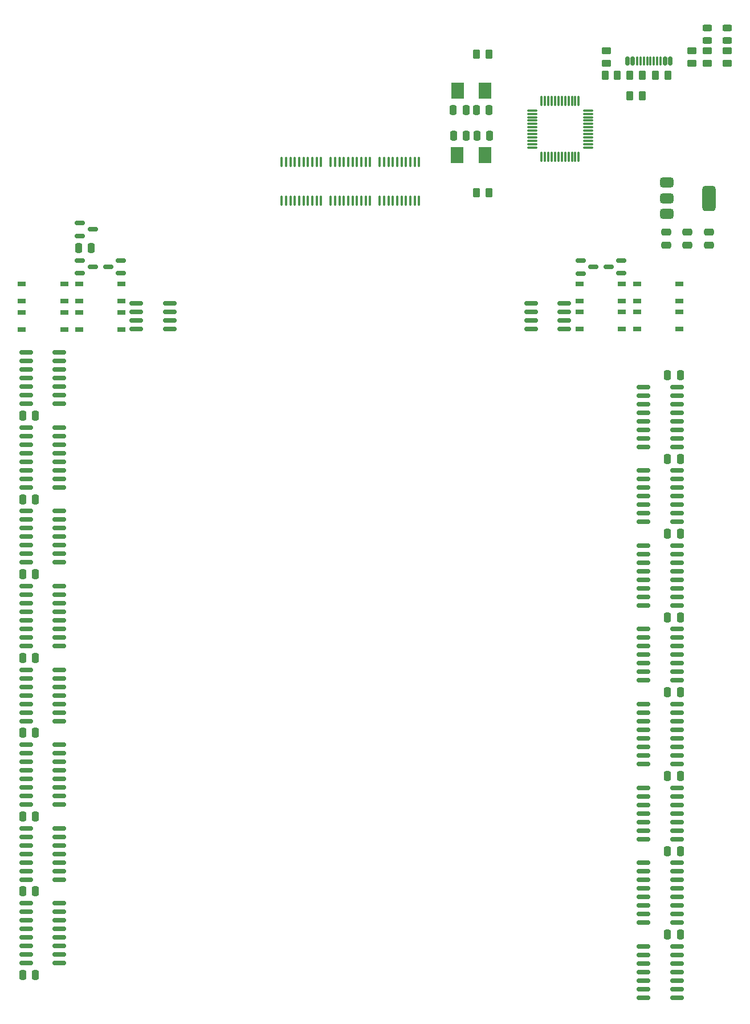
<source format=gbr>
%TF.GenerationSoftware,KiCad,Pcbnew,8.0.9-8.0.9-0~ubuntu24.04.1*%
%TF.CreationDate,2025-03-26T21:18:20+01:00*%
%TF.ProjectId,xResistorTranferBank,78526573-6973-4746-9f72-5472616e6665,rev?*%
%TF.SameCoordinates,Original*%
%TF.FileFunction,Paste,Top*%
%TF.FilePolarity,Positive*%
%FSLAX46Y46*%
G04 Gerber Fmt 4.6, Leading zero omitted, Abs format (unit mm)*
G04 Created by KiCad (PCBNEW 8.0.9-8.0.9-0~ubuntu24.04.1) date 2025-03-26 21:18:20*
%MOMM*%
%LPD*%
G01*
G04 APERTURE LIST*
G04 Aperture macros list*
%AMRoundRect*
0 Rectangle with rounded corners*
0 $1 Rounding radius*
0 $2 $3 $4 $5 $6 $7 $8 $9 X,Y pos of 4 corners*
0 Add a 4 corners polygon primitive as box body*
4,1,4,$2,$3,$4,$5,$6,$7,$8,$9,$2,$3,0*
0 Add four circle primitives for the rounded corners*
1,1,$1+$1,$2,$3*
1,1,$1+$1,$4,$5*
1,1,$1+$1,$6,$7*
1,1,$1+$1,$8,$9*
0 Add four rect primitives between the rounded corners*
20,1,$1+$1,$2,$3,$4,$5,0*
20,1,$1+$1,$4,$5,$6,$7,0*
20,1,$1+$1,$6,$7,$8,$9,0*
20,1,$1+$1,$8,$9,$2,$3,0*%
G04 Aperture macros list end*
%ADD10RoundRect,0.150000X-0.825000X-0.150000X0.825000X-0.150000X0.825000X0.150000X-0.825000X0.150000X0*%
%ADD11RoundRect,0.250000X0.250000X0.475000X-0.250000X0.475000X-0.250000X-0.475000X0.250000X-0.475000X0*%
%ADD12RoundRect,0.150000X0.825000X0.150000X-0.825000X0.150000X-0.825000X-0.150000X0.825000X-0.150000X0*%
%ADD13R,1.200000X0.800000*%
%ADD14RoundRect,0.250000X0.450000X-0.262500X0.450000X0.262500X-0.450000X0.262500X-0.450000X-0.262500X0*%
%ADD15RoundRect,0.243750X-0.456250X0.243750X-0.456250X-0.243750X0.456250X-0.243750X0.456250X0.243750X0*%
%ADD16RoundRect,0.250000X-0.450000X0.262500X-0.450000X-0.262500X0.450000X-0.262500X0.450000X0.262500X0*%
%ADD17RoundRect,0.250000X0.262500X0.450000X-0.262500X0.450000X-0.262500X-0.450000X0.262500X-0.450000X0*%
%ADD18RoundRect,0.150000X-0.587500X-0.150000X0.587500X-0.150000X0.587500X0.150000X-0.587500X0.150000X0*%
%ADD19RoundRect,0.250000X-0.475000X0.250000X-0.475000X-0.250000X0.475000X-0.250000X0.475000X0.250000X0*%
%ADD20RoundRect,0.150000X0.150000X0.500000X-0.150000X0.500000X-0.150000X-0.500000X0.150000X-0.500000X0*%
%ADD21RoundRect,0.075000X0.075000X0.575000X-0.075000X0.575000X-0.075000X-0.575000X0.075000X-0.575000X0*%
%ADD22RoundRect,0.150000X0.587500X0.150000X-0.587500X0.150000X-0.587500X-0.150000X0.587500X-0.150000X0*%
%ADD23RoundRect,0.250000X-0.250000X-0.475000X0.250000X-0.475000X0.250000X0.475000X-0.250000X0.475000X0*%
%ADD24R,1.900000X2.400000*%
%ADD25RoundRect,0.375000X-0.625000X-0.375000X0.625000X-0.375000X0.625000X0.375000X-0.625000X0.375000X0*%
%ADD26RoundRect,0.500000X-0.500000X-1.400000X0.500000X-1.400000X0.500000X1.400000X-0.500000X1.400000X0*%
%ADD27RoundRect,0.100000X0.100000X-0.637500X0.100000X0.637500X-0.100000X0.637500X-0.100000X-0.637500X0*%
%ADD28RoundRect,0.250000X-0.262500X-0.450000X0.262500X-0.450000X0.262500X0.450000X-0.262500X0.450000X0*%
%ADD29RoundRect,0.075000X-0.662500X-0.075000X0.662500X-0.075000X0.662500X0.075000X-0.662500X0.075000X0*%
%ADD30RoundRect,0.075000X-0.075000X-0.662500X0.075000X-0.662500X0.075000X0.662500X-0.075000X0.662500X0*%
G04 APERTURE END LIST*
D10*
%TO.C,U23*%
X130907500Y-124602000D03*
X130907500Y-125872000D03*
X130907500Y-127142000D03*
X130907500Y-128412000D03*
X130907500Y-129682000D03*
X130907500Y-130952000D03*
X130907500Y-132222000D03*
X130907500Y-133492000D03*
X135857500Y-133492000D03*
X135857500Y-132222000D03*
X135857500Y-130952000D03*
X135857500Y-129682000D03*
X135857500Y-128412000D03*
X135857500Y-127142000D03*
X135857500Y-125872000D03*
X135857500Y-124602000D03*
%TD*%
D11*
%TO.C,C12*%
X136332500Y-158797000D03*
X134432500Y-158797000D03*
%TD*%
D12*
%TO.C,U18*%
X44086150Y-80001600D03*
X44086150Y-78731600D03*
X44086150Y-77461600D03*
X44086150Y-76191600D03*
X44086150Y-74921600D03*
X44086150Y-73651600D03*
X44086150Y-72381600D03*
X39136150Y-72381600D03*
X39136150Y-73651600D03*
X39136150Y-74921600D03*
X39136150Y-76191600D03*
X39136150Y-77461600D03*
X39136150Y-78731600D03*
X39136150Y-80001600D03*
%TD*%
D13*
%TO.C,U5*%
X121390500Y-66365000D03*
X121390500Y-68905000D03*
X127690500Y-68905000D03*
X127690500Y-66365000D03*
%TD*%
D14*
%TO.C,R9*%
X140313500Y-29431500D03*
X140313500Y-27606500D03*
%TD*%
D11*
%TO.C,C13*%
X136332500Y-135252000D03*
X134432500Y-135252000D03*
%TD*%
D15*
%TO.C,D2*%
X143328500Y-24152500D03*
X143328500Y-26027500D03*
%TD*%
D13*
%TO.C,U7*%
X53344300Y-64739400D03*
X53344300Y-62199400D03*
X47044300Y-62199400D03*
X47044300Y-64739400D03*
%TD*%
D16*
%TO.C,R3*%
X138027500Y-27606500D03*
X138027500Y-29431500D03*
%TD*%
D10*
%TO.C,U21*%
X130907500Y-101052000D03*
X130907500Y-102322000D03*
X130907500Y-103592000D03*
X130907500Y-104862000D03*
X130907500Y-106132000D03*
X130907500Y-107402000D03*
X130907500Y-108672000D03*
X130907500Y-109942000D03*
X135857500Y-109942000D03*
X135857500Y-108672000D03*
X135857500Y-107402000D03*
X135857500Y-106132000D03*
X135857500Y-104862000D03*
X135857500Y-103592000D03*
X135857500Y-102322000D03*
X135857500Y-101052000D03*
%TD*%
D12*
%TO.C,U12*%
X44086150Y-150641600D03*
X44086150Y-149371600D03*
X44086150Y-148101600D03*
X44086150Y-146831600D03*
X44086150Y-145561600D03*
X44086150Y-144291600D03*
X44086150Y-143021600D03*
X39136150Y-143021600D03*
X39136150Y-144291600D03*
X39136150Y-145561600D03*
X39136150Y-146831600D03*
X39136150Y-148101600D03*
X39136150Y-149371600D03*
X39136150Y-150641600D03*
%TD*%
D17*
%TO.C,R6*%
X130685000Y-31186000D03*
X128860000Y-31186000D03*
%TD*%
D15*
%TO.C,D3*%
X140313500Y-24152500D03*
X140313500Y-26027500D03*
%TD*%
D12*
%TO.C,U13*%
X44086150Y-139501600D03*
X44086150Y-138231600D03*
X44086150Y-136961600D03*
X44086150Y-135691600D03*
X44086150Y-134421600D03*
X44086150Y-133151600D03*
X44086150Y-131881600D03*
X44086150Y-130611600D03*
X39136150Y-130611600D03*
X39136150Y-131881600D03*
X39136150Y-133151600D03*
X39136150Y-134421600D03*
X39136150Y-135691600D03*
X39136150Y-136961600D03*
X39136150Y-138231600D03*
X39136150Y-139501600D03*
%TD*%
D10*
%TO.C,U29*%
X114191500Y-65095000D03*
X114191500Y-66365000D03*
X114191500Y-67635000D03*
X114191500Y-68905000D03*
X119141500Y-68905000D03*
X119141500Y-67635000D03*
X119141500Y-66365000D03*
X119141500Y-65095000D03*
%TD*%
D18*
%TO.C,Q1*%
X47168000Y-53156000D03*
X47168000Y-55056000D03*
X49043000Y-54106000D03*
%TD*%
D13*
%TO.C,U4*%
X129899500Y-62174000D03*
X129899500Y-64714000D03*
X136199500Y-64714000D03*
X136199500Y-62174000D03*
%TD*%
D19*
%TO.C,C24*%
X134217500Y-54504000D03*
X134217500Y-56404000D03*
%TD*%
D20*
%TO.C,J1*%
X134877500Y-29089000D03*
X134077500Y-29089000D03*
D21*
X132927500Y-29089000D03*
X131927500Y-29089000D03*
X131427500Y-29089000D03*
X130427500Y-29089000D03*
D20*
X129277500Y-29089000D03*
X128477500Y-29089000D03*
X128477500Y-29089000D03*
X129277500Y-29089000D03*
D21*
X129927500Y-29089000D03*
X130927500Y-29089000D03*
X132427500Y-29089000D03*
X133427500Y-29089000D03*
D20*
X134077500Y-29089000D03*
X134877500Y-29089000D03*
%TD*%
D11*
%TO.C,C25*%
X107952000Y-36393000D03*
X106052000Y-36393000D03*
%TD*%
D10*
%TO.C,U24*%
X130907500Y-137007000D03*
X130907500Y-138277000D03*
X130907500Y-139547000D03*
X130907500Y-140817000D03*
X130907500Y-142087000D03*
X130907500Y-143357000D03*
X130907500Y-144627000D03*
X135857500Y-144627000D03*
X135857500Y-143357000D03*
X135857500Y-142087000D03*
X135857500Y-140817000D03*
X135857500Y-139547000D03*
X135857500Y-138277000D03*
X135857500Y-137007000D03*
%TD*%
D13*
%TO.C,U9*%
X53344300Y-68930400D03*
X53344300Y-66390400D03*
X47044300Y-66390400D03*
X47044300Y-68930400D03*
%TD*%
D22*
%TO.C,Q5*%
X53216500Y-60599200D03*
X53216500Y-58699200D03*
X51341500Y-59649200D03*
%TD*%
D12*
%TO.C,U17*%
X44086150Y-92406600D03*
X44086150Y-91136600D03*
X44086150Y-89866600D03*
X44086150Y-88596600D03*
X44086150Y-87326600D03*
X44086150Y-86056600D03*
X44086150Y-84786600D03*
X44086150Y-83516600D03*
X39136150Y-83516600D03*
X39136150Y-84786600D03*
X39136150Y-86056600D03*
X39136150Y-87326600D03*
X39136150Y-88596600D03*
X39136150Y-89866600D03*
X39136150Y-91136600D03*
X39136150Y-92406600D03*
%TD*%
D23*
%TO.C,C16*%
X38657500Y-94159000D03*
X40557500Y-94159000D03*
%TD*%
%TO.C,C4*%
X38657500Y-117709000D03*
X40557500Y-117709000D03*
%TD*%
D11*
%TO.C,C17*%
X136332500Y-146397000D03*
X134432500Y-146397000D03*
%TD*%
%TO.C,C7*%
X136332500Y-122852000D03*
X134432500Y-122852000D03*
%TD*%
D13*
%TO.C,U3*%
X121390500Y-62174000D03*
X121390500Y-64714000D03*
X127690500Y-64714000D03*
X127690500Y-62174000D03*
%TD*%
D10*
%TO.C,U25*%
X130907500Y-148147000D03*
X130907500Y-149417000D03*
X130907500Y-150687000D03*
X130907500Y-151957000D03*
X130907500Y-153227000D03*
X130907500Y-154497000D03*
X130907500Y-155767000D03*
X130907500Y-157037000D03*
X135857500Y-157037000D03*
X135857500Y-155767000D03*
X135857500Y-154497000D03*
X135857500Y-153227000D03*
X135857500Y-151957000D03*
X135857500Y-150687000D03*
X135857500Y-149417000D03*
X135857500Y-148147000D03*
%TD*%
D19*
%TO.C,C22*%
X137392500Y-54504000D03*
X137392500Y-56404000D03*
%TD*%
D23*
%TO.C,C10*%
X38661150Y-164796600D03*
X40561150Y-164796600D03*
%TD*%
D24*
%TO.C,Y1*%
X107327200Y-43082000D03*
X103227200Y-43082000D03*
%TD*%
D25*
%TO.C,U28*%
X134327500Y-47164000D03*
X134327500Y-49464000D03*
D26*
X140627500Y-49464000D03*
D25*
X134327500Y-51764000D03*
%TD*%
D12*
%TO.C,U30*%
X60492500Y-68905000D03*
X60492500Y-67635000D03*
X60492500Y-66365000D03*
X60492500Y-65095000D03*
X55542500Y-65095000D03*
X55542500Y-66365000D03*
X55542500Y-67635000D03*
X55542500Y-68905000D03*
%TD*%
D13*
%TO.C,U6*%
X129899500Y-66365000D03*
X129899500Y-68905000D03*
X136199500Y-68905000D03*
X136199500Y-66365000D03*
%TD*%
D17*
%TO.C,R2*%
X127002000Y-31234000D03*
X125177000Y-31234000D03*
%TD*%
D11*
%TO.C,R1*%
X48850000Y-56900000D03*
X46950000Y-56900000D03*
%TD*%
D10*
%TO.C,U22*%
X130907500Y-113457000D03*
X130907500Y-114727000D03*
X130907500Y-115997000D03*
X130907500Y-117267000D03*
X130907500Y-118537000D03*
X130907500Y-119807000D03*
X130907500Y-121077000D03*
X135857500Y-121077000D03*
X135857500Y-119807000D03*
X135857500Y-118537000D03*
X135857500Y-117267000D03*
X135857500Y-115997000D03*
X135857500Y-114727000D03*
X135857500Y-113457000D03*
%TD*%
D22*
%TO.C,Q3*%
X127562700Y-60624600D03*
X127562700Y-58724600D03*
X125687700Y-59674600D03*
%TD*%
D27*
%TO.C,U1*%
X84403000Y-49798000D03*
X85053000Y-49798000D03*
X85703000Y-49798000D03*
X86353000Y-49798000D03*
X87003000Y-49798000D03*
X87653000Y-49798000D03*
X88303000Y-49798000D03*
X88953000Y-49798000D03*
X89603000Y-49798000D03*
X90253000Y-49798000D03*
X90253000Y-44073000D03*
X89603000Y-44073000D03*
X88953000Y-44073000D03*
X88303000Y-44073000D03*
X87653000Y-44073000D03*
X87003000Y-44073000D03*
X86353000Y-44073000D03*
X85703000Y-44073000D03*
X85053000Y-44073000D03*
X84403000Y-44073000D03*
%TD*%
D17*
%TO.C,R10*%
X107912000Y-28097000D03*
X106087000Y-28097000D03*
%TD*%
D11*
%TO.C,C20*%
X108007500Y-40203000D03*
X106107500Y-40203000D03*
%TD*%
%TO.C,C15*%
X136332500Y-75757000D03*
X134432500Y-75757000D03*
%TD*%
D18*
%TO.C,Q2*%
X121519800Y-58734800D03*
X121519800Y-60634800D03*
X123394800Y-59684800D03*
%TD*%
D16*
%TO.C,R4*%
X125327500Y-27606500D03*
X125327500Y-29431500D03*
%TD*%
D10*
%TO.C,U20*%
X130907500Y-89912000D03*
X130907500Y-91182000D03*
X130907500Y-92452000D03*
X130907500Y-93722000D03*
X130907500Y-94992000D03*
X130907500Y-96262000D03*
X130907500Y-97532000D03*
X135857500Y-97532000D03*
X135857500Y-96262000D03*
X135857500Y-94992000D03*
X135857500Y-93722000D03*
X135857500Y-92452000D03*
X135857500Y-91182000D03*
X135857500Y-89912000D03*
%TD*%
D12*
%TO.C,U11*%
X44086150Y-163046600D03*
X44086150Y-161776600D03*
X44086150Y-160506600D03*
X44086150Y-159236600D03*
X44086150Y-157966600D03*
X44086150Y-156696600D03*
X44086150Y-155426600D03*
X44086150Y-154156600D03*
X39136150Y-154156600D03*
X39136150Y-155426600D03*
X39136150Y-156696600D03*
X39136150Y-157966600D03*
X39136150Y-159236600D03*
X39136150Y-160506600D03*
X39136150Y-161776600D03*
X39136150Y-163046600D03*
%TD*%
D19*
%TO.C,C23*%
X140567500Y-54504000D03*
X140567500Y-56404000D03*
%TD*%
D23*
%TO.C,C8*%
X38661150Y-141251600D03*
X40561150Y-141251600D03*
%TD*%
D12*
%TO.C,U16*%
X44086150Y-103546600D03*
X44086150Y-102276600D03*
X44086150Y-101006600D03*
X44086150Y-99736600D03*
X44086150Y-98466600D03*
X44086150Y-97196600D03*
X44086150Y-95926600D03*
X39136150Y-95926600D03*
X39136150Y-97196600D03*
X39136150Y-98466600D03*
X39136150Y-99736600D03*
X39136150Y-101006600D03*
X39136150Y-102276600D03*
X39136150Y-103546600D03*
%TD*%
%TO.C,U14*%
X44086150Y-127096600D03*
X44086150Y-125826600D03*
X44086150Y-124556600D03*
X44086150Y-123286600D03*
X44086150Y-122016600D03*
X44086150Y-120746600D03*
X44086150Y-119476600D03*
X39136150Y-119476600D03*
X39136150Y-120746600D03*
X39136150Y-122016600D03*
X39136150Y-123286600D03*
X39136150Y-124556600D03*
X39136150Y-125826600D03*
X39136150Y-127096600D03*
%TD*%
D10*
%TO.C,U19*%
X130907500Y-77507000D03*
X130907500Y-78777000D03*
X130907500Y-80047000D03*
X130907500Y-81317000D03*
X130907500Y-82587000D03*
X130907500Y-83857000D03*
X130907500Y-85127000D03*
X130907500Y-86397000D03*
X135857500Y-86397000D03*
X135857500Y-85127000D03*
X135857500Y-83857000D03*
X135857500Y-82587000D03*
X135857500Y-81317000D03*
X135857500Y-80047000D03*
X135857500Y-78777000D03*
X135857500Y-77507000D03*
%TD*%
D11*
%TO.C,C18*%
X136332500Y-88157000D03*
X134432500Y-88157000D03*
%TD*%
D17*
%TO.C,R11*%
X107901200Y-48610400D03*
X106076200Y-48610400D03*
%TD*%
%TO.C,R7*%
X130685000Y-34234000D03*
X128860000Y-34234000D03*
%TD*%
D12*
%TO.C,U15*%
X44086150Y-115951600D03*
X44086150Y-114681600D03*
X44086150Y-113411600D03*
X44086150Y-112141600D03*
X44086150Y-110871600D03*
X44086150Y-109601600D03*
X44086150Y-108331600D03*
X44086150Y-107061600D03*
X39136150Y-107061600D03*
X39136150Y-108331600D03*
X39136150Y-109601600D03*
X39136150Y-110871600D03*
X39136150Y-112141600D03*
X39136150Y-113411600D03*
X39136150Y-114681600D03*
X39136150Y-115951600D03*
%TD*%
D14*
%TO.C,R8*%
X143328500Y-29431500D03*
X143328500Y-27606500D03*
%TD*%
D18*
%TO.C,Q4*%
X47173600Y-58709400D03*
X47173600Y-60609400D03*
X49048600Y-59659400D03*
%TD*%
D13*
%TO.C,U8*%
X44835300Y-64739400D03*
X44835300Y-62199400D03*
X38535300Y-62199400D03*
X38535300Y-64739400D03*
%TD*%
D11*
%TO.C,C19*%
X136332500Y-111702000D03*
X134432500Y-111702000D03*
%TD*%
D23*
%TO.C,C21*%
X102657500Y-40203000D03*
X104557500Y-40203000D03*
%TD*%
%TO.C,C9*%
X38661150Y-81756600D03*
X40561150Y-81756600D03*
%TD*%
D10*
%TO.C,U26*%
X130907500Y-160552000D03*
X130907500Y-161822000D03*
X130907500Y-163092000D03*
X130907500Y-164362000D03*
X130907500Y-165632000D03*
X130907500Y-166902000D03*
X130907500Y-168172000D03*
X135857500Y-168172000D03*
X135857500Y-166902000D03*
X135857500Y-165632000D03*
X135857500Y-164362000D03*
X135857500Y-163092000D03*
X135857500Y-161822000D03*
X135857500Y-160552000D03*
%TD*%
D11*
%TO.C,C14*%
X136332500Y-99302000D03*
X134432500Y-99302000D03*
%TD*%
D13*
%TO.C,U10*%
X44835300Y-68930400D03*
X44835300Y-66390400D03*
X38535300Y-66390400D03*
X38535300Y-68930400D03*
%TD*%
D28*
%TO.C,R5*%
X132670000Y-31186000D03*
X134495000Y-31186000D03*
%TD*%
D29*
%TO.C,U27*%
X114335500Y-36437000D03*
X114335500Y-36937000D03*
X114335500Y-37437000D03*
X114335500Y-37937000D03*
X114335500Y-38437000D03*
X114335500Y-38937000D03*
X114335500Y-39437000D03*
X114335500Y-39937000D03*
X114335500Y-40437000D03*
X114335500Y-40937000D03*
X114335500Y-41437000D03*
X114335500Y-41937000D03*
D30*
X115748000Y-43349500D03*
X116248000Y-43349500D03*
X116748000Y-43349500D03*
X117248000Y-43349500D03*
X117748000Y-43349500D03*
X118248000Y-43349500D03*
X118748000Y-43349500D03*
X119248000Y-43349500D03*
X119748000Y-43349500D03*
X120248000Y-43349500D03*
X120748000Y-43349500D03*
X121248000Y-43349500D03*
D29*
X122660500Y-41937000D03*
X122660500Y-41437000D03*
X122660500Y-40937000D03*
X122660500Y-40437000D03*
X122660500Y-39937000D03*
X122660500Y-39437000D03*
X122660500Y-38937000D03*
X122660500Y-38437000D03*
X122660500Y-37937000D03*
X122660500Y-37437000D03*
X122660500Y-36937000D03*
X122660500Y-36437000D03*
D30*
X121248000Y-35024500D03*
X120748000Y-35024500D03*
X120248000Y-35024500D03*
X119748000Y-35024500D03*
X119248000Y-35024500D03*
X118748000Y-35024500D03*
X118248000Y-35024500D03*
X117748000Y-35024500D03*
X117248000Y-35024500D03*
X116748000Y-35024500D03*
X116248000Y-35024500D03*
X115748000Y-35024500D03*
%TD*%
D23*
%TO.C,C11*%
X38661150Y-152396600D03*
X40561150Y-152396600D03*
%TD*%
D27*
%TO.C,U31*%
X77132500Y-49798000D03*
X77782500Y-49798000D03*
X78432500Y-49798000D03*
X79082500Y-49798000D03*
X79732500Y-49798000D03*
X80382500Y-49798000D03*
X81032500Y-49798000D03*
X81682500Y-49798000D03*
X82332500Y-49798000D03*
X82982500Y-49798000D03*
X82982500Y-44073000D03*
X82332500Y-44073000D03*
X81682500Y-44073000D03*
X81032500Y-44073000D03*
X80382500Y-44073000D03*
X79732500Y-44073000D03*
X79082500Y-44073000D03*
X78432500Y-44073000D03*
X77782500Y-44073000D03*
X77132500Y-44073000D03*
%TD*%
D23*
%TO.C,C5*%
X38657500Y-105309000D03*
X40557500Y-105309000D03*
%TD*%
D27*
%TO.C,U2*%
X91687000Y-49798000D03*
X92337000Y-49798000D03*
X92987000Y-49798000D03*
X93637000Y-49798000D03*
X94287000Y-49798000D03*
X94937000Y-49798000D03*
X95587000Y-49798000D03*
X96237000Y-49798000D03*
X96887000Y-49798000D03*
X97537000Y-49798000D03*
X97537000Y-44073000D03*
X96887000Y-44073000D03*
X96237000Y-44073000D03*
X95587000Y-44073000D03*
X94937000Y-44073000D03*
X94287000Y-44073000D03*
X93637000Y-44073000D03*
X92987000Y-44073000D03*
X92337000Y-44073000D03*
X91687000Y-44073000D03*
%TD*%
D23*
%TO.C,C26*%
X102623000Y-36393000D03*
X104523000Y-36393000D03*
%TD*%
%TO.C,C6*%
X38661150Y-128851600D03*
X40561150Y-128851600D03*
%TD*%
D24*
%TO.C,Y2*%
X103240000Y-33518000D03*
X107340000Y-33518000D03*
%TD*%
M02*

</source>
